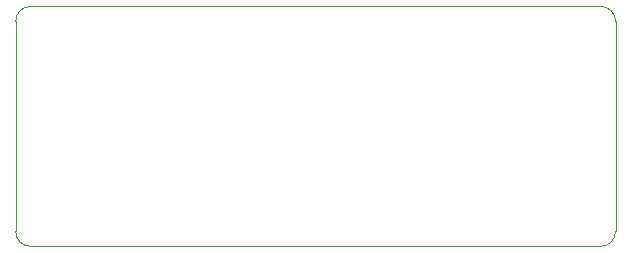
<source format=gbr>
%TF.GenerationSoftware,KiCad,Pcbnew,(6.0.11)*%
%TF.CreationDate,2023-04-18T18:31:17+02:00*%
%TF.ProjectId,FarmSupply,4661726d-5375-4707-906c-792e6b696361,rev?*%
%TF.SameCoordinates,Original*%
%TF.FileFunction,Profile,NP*%
%FSLAX46Y46*%
G04 Gerber Fmt 4.6, Leading zero omitted, Abs format (unit mm)*
G04 Created by KiCad (PCBNEW (6.0.11)) date 2023-04-18 18:31:17*
%MOMM*%
%LPD*%
G01*
G04 APERTURE LIST*
%TA.AperFunction,Profile*%
%ADD10C,0.100000*%
%TD*%
G04 APERTURE END LIST*
D10*
X124460000Y-100330000D02*
X76200000Y-100330000D01*
X124460000Y-100330000D02*
G75*
G03*
X125730000Y-99060000I0J1270000D01*
G01*
X76200000Y-80010000D02*
X124460000Y-80010000D01*
X74930000Y-81280000D02*
X74930000Y-99060000D01*
X76200000Y-80010000D02*
G75*
G03*
X74930000Y-81280000I0J-1270000D01*
G01*
X125730000Y-81280000D02*
X125730000Y-99060000D01*
X125730000Y-81280000D02*
G75*
G03*
X124460000Y-80010000I-1270000J0D01*
G01*
X74930000Y-99060000D02*
G75*
G03*
X76200000Y-100330000I1270000J0D01*
G01*
M02*

</source>
